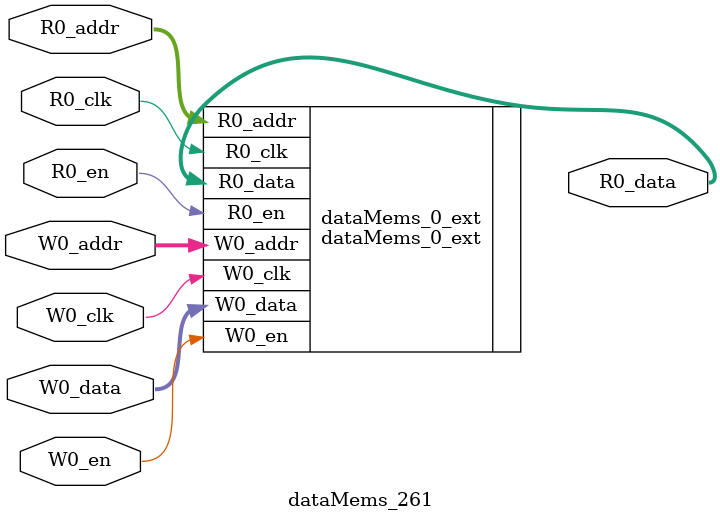
<source format=sv>
`ifndef RANDOMIZE
  `ifdef RANDOMIZE_REG_INIT
    `define RANDOMIZE
  `endif // RANDOMIZE_REG_INIT
`endif // not def RANDOMIZE
`ifndef RANDOMIZE
  `ifdef RANDOMIZE_MEM_INIT
    `define RANDOMIZE
  `endif // RANDOMIZE_MEM_INIT
`endif // not def RANDOMIZE

`ifndef RANDOM
  `define RANDOM $random
`endif // not def RANDOM

// Users can define 'PRINTF_COND' to add an extra gate to prints.
`ifndef PRINTF_COND_
  `ifdef PRINTF_COND
    `define PRINTF_COND_ (`PRINTF_COND)
  `else  // PRINTF_COND
    `define PRINTF_COND_ 1
  `endif // PRINTF_COND
`endif // not def PRINTF_COND_

// Users can define 'ASSERT_VERBOSE_COND' to add an extra gate to assert error printing.
`ifndef ASSERT_VERBOSE_COND_
  `ifdef ASSERT_VERBOSE_COND
    `define ASSERT_VERBOSE_COND_ (`ASSERT_VERBOSE_COND)
  `else  // ASSERT_VERBOSE_COND
    `define ASSERT_VERBOSE_COND_ 1
  `endif // ASSERT_VERBOSE_COND
`endif // not def ASSERT_VERBOSE_COND_

// Users can define 'STOP_COND' to add an extra gate to stop conditions.
`ifndef STOP_COND_
  `ifdef STOP_COND
    `define STOP_COND_ (`STOP_COND)
  `else  // STOP_COND
    `define STOP_COND_ 1
  `endif // STOP_COND
`endif // not def STOP_COND_

// Users can define INIT_RANDOM as general code that gets injected into the
// initializer block for modules with registers.
`ifndef INIT_RANDOM
  `define INIT_RANDOM
`endif // not def INIT_RANDOM

// If using random initialization, you can also define RANDOMIZE_DELAY to
// customize the delay used, otherwise 0.002 is used.
`ifndef RANDOMIZE_DELAY
  `define RANDOMIZE_DELAY 0.002
`endif // not def RANDOMIZE_DELAY

// Define INIT_RANDOM_PROLOG_ for use in our modules below.
`ifndef INIT_RANDOM_PROLOG_
  `ifdef RANDOMIZE
    `ifdef VERILATOR
      `define INIT_RANDOM_PROLOG_ `INIT_RANDOM
    `else  // VERILATOR
      `define INIT_RANDOM_PROLOG_ `INIT_RANDOM #`RANDOMIZE_DELAY begin end
    `endif // VERILATOR
  `else  // RANDOMIZE
    `define INIT_RANDOM_PROLOG_
  `endif // RANDOMIZE
`endif // not def INIT_RANDOM_PROLOG_

// Include register initializers in init blocks unless synthesis is set
`ifndef SYNTHESIS
  `ifndef ENABLE_INITIAL_REG_
    `define ENABLE_INITIAL_REG_
  `endif // not def ENABLE_INITIAL_REG_
`endif // not def SYNTHESIS

// Include rmemory initializers in init blocks unless synthesis is set
`ifndef SYNTHESIS
  `ifndef ENABLE_INITIAL_MEM_
    `define ENABLE_INITIAL_MEM_
  `endif // not def ENABLE_INITIAL_MEM_
`endif // not def SYNTHESIS

module dataMems_261(	// @[generators/ara/src/main/scala/UnsafeAXI4ToTL.scala:365:62]
  input  [4:0]  R0_addr,
  input         R0_en,
  input         R0_clk,
  output [66:0] R0_data,
  input  [4:0]  W0_addr,
  input         W0_en,
  input         W0_clk,
  input  [66:0] W0_data
);

  dataMems_0_ext dataMems_0_ext (	// @[generators/ara/src/main/scala/UnsafeAXI4ToTL.scala:365:62]
    .R0_addr (R0_addr),
    .R0_en   (R0_en),
    .R0_clk  (R0_clk),
    .R0_data (R0_data),
    .W0_addr (W0_addr),
    .W0_en   (W0_en),
    .W0_clk  (W0_clk),
    .W0_data (W0_data)
  );
endmodule


</source>
